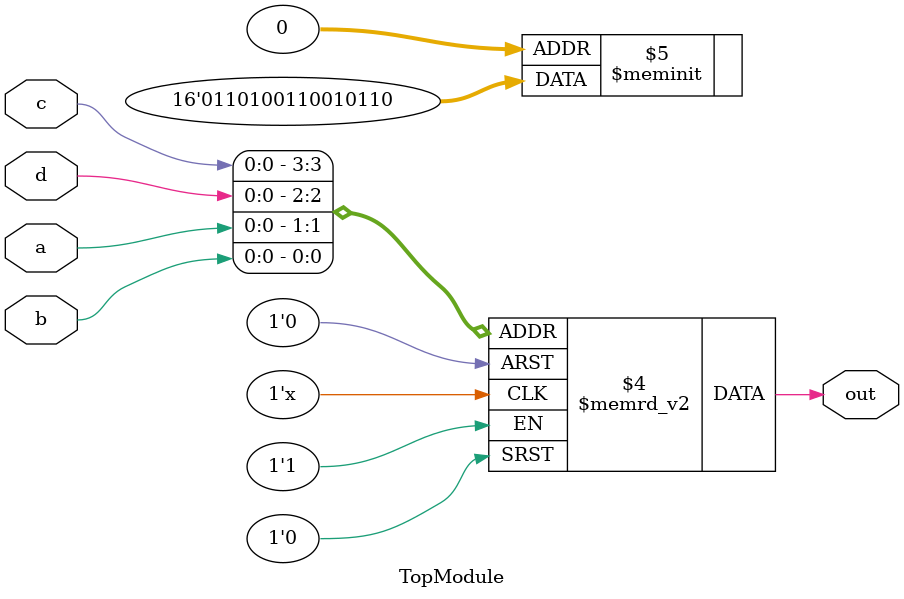
<source format=sv>
module TopModule(
    input logic a,
    input logic b,
    input logic c,
    input logic d,
    output logic out
);
    always @(*) begin
        case ({c, d, a, b})
            4'b0000: out = 0;
            4'b0001: out = 1;
            4'b0011: out = 0;
            4'b0010: out = 1;
            4'b0100: out = 1;
            4'b0101: out = 0;
            4'b0111: out = 1;
            4'b0110: out = 0;
            4'b1100: out = 0;
            4'b1101: out = 1;
            4'b1111: out = 0;
            4'b1110: out = 1;
            4'b1000: out = 1;
            4'b1001: out = 0;
            4'b1011: out = 1;
            4'b1010: out = 0;
            default: out = 0;
        endcase
    end
endmodule
</source>
